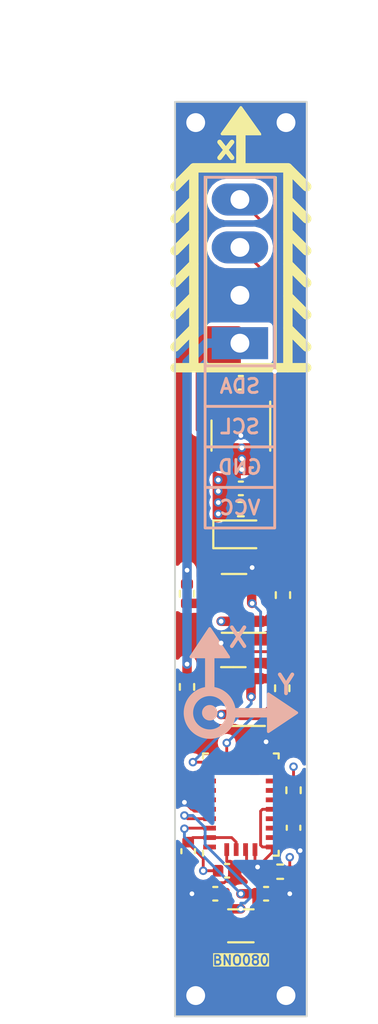
<source format=kicad_pcb>
(kicad_pcb (version 20221018) (generator pcbnew)
  (layers (0 "F.Cu" signal) (1 "In1.Cu" signal) (2 "In2.Cu" signal) (31 "B.Cu" signal) (34 "B.Paste" user) (35 "F.Paste" user) (36 "B.SilkS" user "B.Silkscreen") (37 "F.SilkS" user "F.Silkscreen") (38 "B.Mask" user) (39 "F.Mask" user) (44 "Edge.Cuts" user))
  (net 0 "")
  (net 1 "GND")
  (net 2 "+3V3")
  (net 3 "VCC")
  (net 4 "Net-(D1-A)")
  (net 6 "/SCL")
  (net 7 "/SDA")
  (net 8 "/SCL_3V")
  (net 9 "/SDA_3V")
  (net 10 "/NRST_3V")
  (net 11 "/BOOTN_3V")
  (net 12 "/XTAL_IN")
  (net 13 "/XTAL_OUT")
  (net 14 "Net-(U3-CAP)")
  (footprint "LED_SMD:LED_0603_1608Metric" (layer "F.Cu") (at 149.52 88.9375)
    (fp_text reference "D1" hide)
    (fp_text value "19-217/GHC-YR1S2/3T" hide)
    (fp_line (start -1.485 -0.735) (end -1.485 0.735) (stroke (width 0.12)) (layer "F.SilkS"))
    (fp_line (start -1.485 0.735) (end 0.8 0.735) (stroke (width 0.12)) (layer "F.SilkS"))
    (fp_line (start 0.8 -0.735) (end -1.485 -0.735) (stroke (width 0.12)) (layer "F.SilkS"))
    (pad "1" smd roundrect (at -0.7875 0) (size 0.875 0.95) (layers "F.Cu" "F.Paste" "F.Mask") (net 1 "GND"))
    (pad "2" smd roundrect (at 0.7875 0) (size 0.875 0.95) (layers "F.Cu" "F.Paste" "F.Mask") (net 4 "Net-(D1-A)"))
  )
  (footprint "Capacitor_SMD:C_0402_1005Metric" (layer "F.Cu") (at 150.8425 108 180)
    (fp_text reference "C6" hide)
    (fp_text value "12pF")
    (fp_line (start -0.107836 -0.36) (end 0.107836 -0.36) (stroke (width 0.12)) (layer "F.SilkS"))
    (fp_line (start -0.107836 0.36) (end 0.107836 0.36) (stroke (width 0.12)) (layer "F.SilkS"))
    (pad "1" smd roundrect (at -0.48 0 180) (size 0.56 0.62) (layers "F.Cu" "F.Paste" "F.Mask") (net 1 "GND"))
    (pad "2" smd roundrect (at 0.48 0 180) (size 0.56 0.62) (layers "F.Cu" "F.Paste" "F.Mask") (net 12 "/XTAL_IN"))
  )
  (footprint "Capacitor_SMD:C_0402_1005Metric" (layer "F.Cu") (at 149.5 80.898777)
    (fp_text reference "C1" hide)
    (fp_text value "10uF")
    (fp_line (start -0.107836 -0.36) (end 0.107836 -0.36) (stroke (width 0.12)) (layer "F.SilkS"))
    (fp_line (start -0.107836 0.36) (end 0.107836 0.36) (stroke (width 0.12)) (layer "F.SilkS"))
    (pad "1" smd roundrect (at -0.48 0) (size 0.56 0.62) (layers "F.Cu" "F.Paste" "F.Mask") (net 3 "VCC"))
    (pad "2" smd roundrect (at 0.48 0) (size 0.56 0.62) (layers "F.Cu" "F.Paste" "F.Mask") (net 1 "GND"))
  )
  (footprint "Package_TO_SOT_SMD:SOT-23" (layer "F.Cu") (at 149.1 97.54 180)
    (fp_text reference "Q2" hide)
    (fp_text value "BSS138")
    (fp_line (start 0 -1.56) (end -1.675 -1.56) (stroke (width 0.12)) (layer "F.SilkS"))
    (fp_line (start 0 -1.56) (end 0.65 -1.56) (stroke (width 0.12)) (layer "F.SilkS"))
    (fp_line (start 0 1.56) (end -0.65 1.56) (stroke (width 0.12)) (layer "F.SilkS"))
    (fp_line (start 0 1.56) (end 0.65 1.56) (stroke (width 0.12)) (layer "F.SilkS"))
    (pad "1" smd roundrect (at -0.9375 -0.95 180) (size 1.475 0.6) (layers "F.Cu" "F.Paste" "F.Mask") (net 2 "+3V3"))
    (pad "2" smd roundrect (at -0.9375 0.95 180) (size 1.475 0.6) (layers "F.Cu" "F.Paste" "F.Mask") (net 9 "/SDA_3V"))
    (pad "3" smd roundrect (at 0.9375 0 180) (size 1.475 0.6) (layers "F.Cu" "F.Paste" "F.Mask") (net 7 "/SDA"))
  )
  (footprint "Resistor_SMD:R_0402_1005Metric" (layer "F.Cu") (at 151.59 106.83 180)
    (fp_text reference "R8" hide)
    (fp_text value "10k")
    (fp_line (start -0.153641 -0.38) (end 0.153641 -0.38) (stroke (width 0.12)) (layer "F.SilkS"))
    (fp_line (start -0.153641 0.38) (end 0.153641 0.38) (stroke (width 0.12)) (layer "F.SilkS"))
    (pad "1" smd roundrect (at -0.51 0 180) (size 0.54 0.64) (layers "F.Cu" "F.Paste" "F.Mask") (net 2 "+3V3"))
    (pad "2" smd roundrect (at 0.51 0 180) (size 0.54 0.64) (layers "F.Cu" "F.Paste" "F.Mask") (net 11 "/BOOTN_3V"))
  )
  (footprint "MountingHole:MountingHole_2.5mm_Pad" (layer "F.Cu") (at 151.9 113.4)
    (fp_text reference "REF**" hide)
    (fp_text value "MountingHole_2.5mm_Pad" hide)
    (pad "" thru_hole rect (at 0 0) (size 2 2) (drill 1) (layers "*.Cu" "*.Mask") (net 1 "GND"))
  )
  (footprint "MountingHole:MountingHole_2.5mm_Pad" (layer "F.Cu") (at 151.9 67.1)
    (fp_text reference "REF**" hide)
    (fp_text value "MountingHole_2.5mm_Pad" hide)
    (pad "" thru_hole rect (at 0 0) (size 2 2) (drill 1) (layers "*.Cu" "*.Mask") (net 1 "GND"))
  )
  (footprint "Resistor_SMD:R_0402_1005Metric" (layer "F.Cu") (at 146.6375 97.03 -90)
    (fp_text reference "R2" hide)
    (fp_text value "10k")
    (fp_line (start -0.153641 -0.38) (end 0.153641 -0.38) (stroke (width 0.12)) (layer "F.SilkS"))
    (fp_line (start -0.153641 0.38) (end 0.153641 0.38) (stroke (width 0.12)) (layer "F.SilkS"))
    (pad "1" smd roundrect (at -0.51 0 270) (size 0.54 0.64) (layers "F.Cu" "F.Paste" "F.Mask") (net 3 "VCC"))
    (pad "2" smd roundrect (at 0.51 0 270) (size 0.54 0.64) (layers "F.Cu" "F.Paste" "F.Mask") (net 7 "/SDA"))
  )
  (footprint "Capacitor_SMD:C_0402_1005Metric" (layer "F.Cu") (at 152.3 104.5 -90)
    (fp_text reference "C7" hide)
    (fp_text value "0.1uF")
    (fp_line (start -0.107836 -0.36) (end 0.107836 -0.36) (stroke (width 0.12)) (layer "F.SilkS"))
    (fp_line (start -0.107836 0.36) (end 0.107836 0.36) (stroke (width 0.12)) (layer "F.SilkS"))
    (pad "1" smd roundrect (at -0.48 0 270) (size 0.56 0.62) (layers "F.Cu" "F.Paste" "F.Mask") (net 14 "Net-(U3-CAP)"))
    (pad "2" smd roundrect (at 0.48 0 270) (size 0.56 0.62) (layers "F.Cu" "F.Paste" "F.Mask") (net 1 "GND"))
  )
  (footprint "Capacitor_SMD:C_0402_1005Metric" (layer "F.Cu") (at 148.77 106.78)
    (fp_text reference "C3" hide)
    (fp_text value "0.1uF")
    (fp_line (start -0.107836 -0.36) (end 0.107836 -0.36) (stroke (width 0.12)) (layer "F.SilkS"))
    (fp_line (start -0.107836 0.36) (end 0.107836 0.36) (stroke (width 0.12)) (layer "F.SilkS"))
    (pad "1" smd roundrect (at -0.48 0) (size 0.56 0.62) (layers "F.Cu" "F.Paste" "F.Mask") (net 2 "+3V3"))
    (pad "2" smd roundrect (at 0.48 0) (size 0.56 0.62) (layers "F.Cu" "F.Paste" "F.Mask") (net 1 "GND"))
  )
  (footprint "MountingHole:MountingHole_2.5mm_Pad" (layer "F.Cu") (at 147.1 67.1)
    (fp_text reference "REF**" hide)
    (fp_text value "MountingHole_2.5mm_Pad" hide)
    (pad "" thru_hole rect (at 0 0) (size 2 2) (drill 1) (layers "*.Cu" "*.Mask") (net 1 "GND"))
  )
  (footprint "MountingHole:MountingHole_2.5mm_Pad" (layer "F.Cu") (at 147.1 113.4)
    (fp_text reference "REF**" hide)
    (fp_text value "MountingHole_2.5mm_Pad" hide)
    (pad "" thru_hole rect (at 0 0) (size 2 2) (drill 1) (layers "*.Cu" "*.Mask") (net 1 "GND"))
  )
  (footprint "Resistor_SMD:R_0402_1005Metric" (layer "F.Cu") (at 152.3 102.51 -90)
    (fp_text reference "R7" hide)
    (fp_text value "10k")
    (fp_line (start -0.153641 -0.38) (end 0.153641 -0.38) (stroke (width 0.12)) (layer "F.SilkS"))
    (fp_line (start -0.153641 0.38) (end 0.153641 0.38) (stroke (width 0.12)) (layer "F.SilkS"))
    (pad "1" smd roundrect (at -0.51 0 270) (size 0.54 0.64) (layers "F.Cu" "F.Paste" "F.Mask") (net 2 "+3V3"))
    (pad "2" smd roundrect (at 0.51 0 270) (size 0.54 0.64) (layers "F.Cu" "F.Paste" "F.Mask") (net 10 "/NRST_3V"))
  )
  (footprint "Package_TO_SOT_SMD:SOT-23" (layer "F.Cu") (at 149.1375 92.6 180)
    (fp_text reference "Q1" hide)
    (fp_text value "BSS138")
    (fp_line (start 0 -1.56) (end -1.675 -1.56) (stroke (width 0.12)) (layer "F.SilkS"))
    (fp_line (start 0 -1.56) (end 0.65 -1.56) (stroke (width 0.12)) (layer "F.SilkS"))
    (fp_line (start 0 1.56) (end -0.65 1.56) (stroke (width 0.12)) (layer "F.SilkS"))
    (fp_line (start 0 1.56) (end 0.65 1.56) (stroke (width 0.12)) (layer "F.SilkS"))
    (pad "1" smd roundrect (at -0.9375 -0.95 180) (size 1.475 0.6) (layers "F.Cu" "F.Paste" "F.Mask") (net 2 "+3V3"))
    (pad "2" smd roundrect (at -0.9375 0.95 180) (size 1.475 0.6) (layers "F.Cu" "F.Paste" "F.Mask") (net 8 "/SCL_3V"))
    (pad "3" smd roundrect (at 0.9375 0 180) (size 1.475 0.6) (layers "F.Cu" "F.Paste" "F.Mask") (net 6 "/SCL"))
  )
  (footprint "Capacitor_SMD:C_0402_1005Metric" (layer "F.Cu") (at 149.5 86.5)
    (fp_text reference "C2" hide)
    (fp_text value "10uF")
    (fp_line (start -0.107836 -0.36) (end 0.107836 -0.36) (stroke (width 0.12)) (layer "F.SilkS"))
    (fp_line (start -0.107836 0.36) (end 0.107836 0.36) (stroke (width 0.12)) (layer "F.SilkS"))
    (pad "1" smd roundrect (at -0.48 0) (size 0.56 0.62) (layers "F.Cu" "F.Paste" "F.Mask") (net 2 "+3V3"))
    (pad "2" smd roundrect (at 0.48 0) (size 0.56 0.62) (layers "F.Cu" "F.Paste" "F.Mask") (net 1 "GND"))
  )
  (footprint "Resistor_SMD:R_0402_1005Metric" (layer "F.Cu") (at 149.5 87.6)
    (fp_text reference "R5" hide)
    (fp_text value "10k")
    (fp_line (start -0.153641 -0.38) (end 0.153641 -0.38) (stroke (width 0.12)) (layer "F.SilkS"))
    (fp_line (start -0.153641 0.38) (end 0.153641 0.38) (stroke (width 0.12)) (layer "F.SilkS"))
    (pad "1" smd roundrect (at -0.51 0) (size 0.54 0.64) (layers "F.Cu" "F.Paste" "F.Mask") (net 2 "+3V3"))
    (pad "2" smd roundrect (at 0.51 0) (size 0.54 0.64) (layers "F.Cu" "F.Paste" "F.Mask") (net 4 "Net-(D1-A)"))
  )
  (footprint "Resistor_SMD:R_0402_1005Metric" (layer "F.Cu") (at 146.6375 92.09 -90)
    (fp_text reference "R1" hide)
    (fp_text value "10k")
    (fp_line (start -0.153641 -0.38) (end 0.153641 -0.38) (stroke (width 0.12)) (layer "F.SilkS"))
    (fp_line (start -0.153641 0.38) (end 0.153641 0.38) (stroke (width 0.12)) (layer "F.SilkS"))
    (pad "1" smd roundrect (at -0.51 0 270) (size 0.54 0.64) (layers "F.Cu" "F.Paste" "F.Mask") (net 3 "VCC"))
    (pad "2" smd roundrect (at 0.51 0 270) (size 0.54 0.64) (layers "F.Cu" "F.Paste" "F.Mask") (net 6 "/SCL"))
  )
  (footprint "Capacitor_SMD:C_0402_1005Metric" (layer "F.Cu") (at 148.1425 108)
    (fp_text reference "C5" hide)
    (fp_text value "12pF")
    (fp_line (start -0.107836 -0.36) (end 0.107836 -0.36) (stroke (width 0.12)) (layer "F.SilkS"))
    (fp_line (start -0.107836 0.36) (end 0.107836 0.36) (stroke (width 0.12)) (layer "F.SilkS"))
    (pad "1" smd roundrect (at -0.48 0) (size 0.56 0.62) (layers "F.Cu" "F.Paste" "F.Mask") (net 1 "GND"))
    (pad "2" smd roundrect (at 0.48 0) (size 0.56 0.62) (layers "F.Cu" "F.Paste" "F.Mask") (net 13 "/XTAL_OUT"))
  )
  (footprint "Crystal:Crystal_SMD_3215-2Pin_3.2x1.5mm" (layer "F.Cu") (at 149.5 109.7)
    (fp_text reference "Y1" hide)
    (fp_text value "Q13FC1350000400")
    (fp_line (start -0.675 -0.875) (end 0.675 -0.875) (stroke (width 0.12)) (layer "F.SilkS"))
    (fp_line (start -0.675 0.875) (end 0.675 0.875) (stroke (width 0.12)) (layer "F.SilkS"))
    (pad "1" smd rect (at 1.25 0) (size 1 1.8) (layers "F.Cu" "F.Paste" "F.Mask") (net 12 "/XTAL_IN"))
    (pad "2" smd rect (at -1.25 0) (size 1 1.8) (layers "F.Cu" "F.Paste" "F.Mask") (net 13 "/XTAL_OUT"))
  )
  (footprint "Resistor_SMD:R_0402_1005Metric" (layer "F.Cu") (at 151.7 97.1 90)
    (fp_text reference "R4" hide)
    (fp_text value "10k")
    (fp_line (start -0.153641 -0.38) (end 0.153641 -0.38) (stroke (width 0.12)) (layer "F.SilkS"))
    (fp_line (start -0.153641 0.38) (end 0.153641 0.38) (stroke (width 0.12)) (layer "F.SilkS"))
    (pad "1" smd roundrect (at -0.51 0 90) (size 0.54 0.64) (layers "F.Cu" "F.Paste" "F.Mask") (net 2 "+3V3"))
    (pad "2" smd roundrect (at 0.51 0 90) (size 0.54 0.64) (layers "F.Cu" "F.Paste" "F.Mask") (net 9 "/SDA_3V"))
  )
  (footprint "Package_TO_SOT_SMD:SOT-23-5" (layer "F.Cu") (at 149.5 83.7 -90)
    (fp_text reference "U1" hide)
    (fp_text value "AP2127K-3.3")
    (fp_line (start 0 -1.56) (end -1.8 -1.56) (stroke (width 0.12)) (layer "F.SilkS"))
    (fp_line (start 0 -1.56) (end 0.8 -1.56) (stroke (width 0.12)) (layer "F.SilkS"))
    (fp_line (start 0 1.56) (end -0.8 1.56) (stroke (width 0.12)) (layer "F.SilkS"))
    (fp_line (start 0 1.56) (end 0.8 1.56) (stroke (width 0.12)) (layer "F.SilkS"))
    (pad "1" smd roundrect (at -1.1375 -0.95 270) (size 1.325 0.6) (layers "F.Cu" "F.Paste" "F.Mask") (net 3 "VCC"))
    (pad "2" smd roundrect (at -1.1375 0 270) (size 1.325 0.6) (layers "F.Cu" "F.Paste" "F.Mask") (net 1 "GND"))
    (pad "3" smd roundrect (at -1.1375 0.95 270) (size 1.325 0.6) (layers "F.Cu" "F.Paste" "F.Mask") (net 3 "VCC"))
    (pad "4" smd roundrect (at 1.1375 0.95 270) (size 1.325 0.6) (layers "F.Cu" "F.Paste" "F.Mask"))
    (pad "5" smd roundrect (at 1.1375 -0.95 270) (size 1.325 0.6) (layers "F.Cu" "F.Paste" "F.Mask") (net 2 "+3V3"))
  )
  (footprint "Package_LGA:LGA-28_5.2x3.8mm_P0.5mm" (layer "F.Cu") (at 149.5 103.27 90)
    (fp_text reference "U3" hide)
    (fp_text value "BNO085")
    (fp_line (start -2.71 -2.01) (end -2.45 -2.01) (stroke (width 0.12)) (layer "F.SilkS"))
    (fp_line (start -2.71 2.01) (end -2.71 1.75) (stroke (width 0.12)) (layer "F.SilkS"))
    (fp_line (start -2.71 2.01) (end -2.45 2.01) (stroke (width 0.12)) (layer "F.SilkS"))
    (fp_line (start 2.71 -2.01) (end 2.45 -2.01) (stroke (width 0.12)) (layer "F.SilkS"))
    (fp_line (start 2.71 -2.01) (end 2.71 -1.75) (stroke (width 0.12)) (layer "F.SilkS"))
    (fp_line (start 2.71 2.01) (end 2.45 2.01) (stroke (width 0.12)) (layer "F.SilkS"))
    (fp_line (start 2.71 2.01) (end 2.71 1.75) (stroke (width 0.12)) (layer "F.SilkS"))
    (pad "1" smd rect (at -2.25 -1.6625 90) (size 0.254 0.675) (layers "F.Cu" "F.Paste" "F.Mask"))
    (pad "2" smd rect (at -2.3875 -0.75 180) (size 0.254 0.675) (layers "F.Cu" "F.Paste" "F.Mask") (net 1 "GND"))
    (pad "3" smd rect (at -2.3875 -0.25 180) (size 0.254 0.675) (layers "F.Cu" "F.Paste" "F.Mask") (net 2 "+3V3"))
    (pad "4" smd rect (at -2.3875 0.25 180) (size 0.254 0.675) (layers "F.Cu" "F.Paste" "F.Mask") (net 11 "/BOOTN_3V"))
    (pad "5" smd rect (at -2.3875 0.75 180) (size 0.254 0.675) (layers "F.Cu" "F.Paste" "F.Mask") (net 1 "GND"))
    (pad "6" smd rect (at -2.25 1.6625 90) (size 0.254 0.675) (layers "F.Cu" "F.Paste" "F.Mask") (net 1 "GND"))
    (pad "7" smd rect (at -1.75 1.6625 90) (size 0.254 0.675) (layers "F.Cu" "F.Paste" "F.Mask"))
    (pad "8" smd rect (at -1.25 1.6625 90) (size 0.254 0.675) (layers "F.Cu" "F.Paste" "F.Mask"))
    (pad "9" smd rect (at -0.75 1.6625 90) (size 0.254 0.675) (layers "F.Cu" "F.Paste" "F.Mask") (net 14 "Net-(U3-CAP)"))
    (pad "10" smd rect (at -0.25 1.6625 90) (size 0.254 0.675) (layers "F.Cu" "F.Paste" "F.Mask") (net 1 "GND"))
    (pad "11" smd rect (at 0.25 1.6625 90) (size 0.254 0.675) (layers "F.Cu" "F.Paste" "F.Mask") (net 10 "/NRST_3V"))
    (pad "12" smd rect (at 0.75 1.6625 90) (size 0.254 0.675) (layers "F.Cu" "F.Paste" "F.Mask"))
    (pad "13" smd rect (at 1.25 1.6625 90) (size 0.254 0.675) (layers "F.Cu" "F.Paste" "F.Mask"))
    (pad "14" smd rect (at 1.75 1.6625 90) (size 0.254 0.675) (layers "F.Cu" "F.Paste" "F.Mask"))
    (pad "15" smd rect (at 2.25 1.6625 90) (size 0.254 0.675) (layers "F.Cu" "F.Paste" "F.Mask") (net 1 "GND"))
    (pad "16" smd rect (at 2.3875 0.75 180) (size 0.254 0.675) (layers "F.Cu" "F.Paste" "F.Mask") (net 1 "GND"))
    (pad "17" smd rect (at 2.3875 0.25 180) (size 0.254 0.675) (layers "F.Cu" "F.Paste" "F.Mask"))
    (pad "18" smd rect (at 2.3875 -0.25 180) (size 0.254 0.675) (layers "F.Cu" "F.Paste" "F.Mask"))
    (pad "19" smd rect (at 2.3875 -0.75 180) (size 0.254 0.675) (layers "F.Cu" "F.Paste" "F.Mask") (net 8 "/SCL_3V"))
    (pad "20" smd rect (at 2.25 -1.6625 90) (size 0.254 0.675) (layers "F.Cu" "F.Paste" "F.Mask") (net 9 "/SDA_3V"))
    (pad "21" smd rect (at 1.75 -1.6625 90) (size 0.254 0.675) (layers "F.Cu" "F.Paste" "F.Mask"))
    (pad "22" smd rect (at 1.25 -1.6625 90) (size 0.254 0.675) (layers "F.Cu" "F.Paste" "F.Mask"))
    (pad "23" smd rect (at 0.75 -1.6625 90) (size 0.254 0.675) (layers "F.Cu" "F.Paste" "F.Mask"))
    (pad "24" smd rect (at 0.25 -1.6625 90) (size 0.254 0.675) (layers "F.Cu" "F.Paste" "F.Mask"))
    (pad "25" smd rect (at -0.25 -1.6625 90) (size 0.254 0.675) (layers "F.Cu" "F.Paste" "F.Mask") (net 1 "GND"))
    (pad "26" smd rect (at -0.75 -1.6625 90) (size 0.254 0.675) (layers "F.Cu" "F.Paste" "F.Mask") (net 13 "/XTAL_OUT"))
    (pad "27" smd rect (at -1.25 -1.6625 90) (size 0.254 0.675) (layers "F.Cu" "F.Paste" "F.Mask") (net 12 "/XTAL_IN"))
    (pad "28" smd rect (at -1.75 -1.6625 90) (size 0.254 0.675) (layers "F.Cu" "F.Paste" "F.Mask") (net 2 "+3V3"))
  )
  (footprint "Capacitor_SMD:C_0402_1005Metric" (layer "F.Cu") (at 146.7 105.7425 -90)
    (fp_text reference "C4" hide)
    (fp_text value "0.1uF")
    (fp_line (start -0.107836 -0.36) (end 0.107836 -0.36) (stroke (width 0.12)) (layer "F.SilkS"))
    (fp_line (start -0.107836 0.36) (end 0.107836 0.36) (stroke (width 0.12)) (layer "F.SilkS"))
    (pad "1" smd roundrect (at -0.48 0 270) (size 0.56 0.62) (layers "F.Cu" "F.Paste" "F.Mask") (net 2 "+3V3"))
    (pad "2" smd roundrect (at 0.48 0 270) (size 0.56 0.62) (layers "F.Cu" "F.Paste" "F.Mask") (net 1 "GND"))
  )
  (footprint "Connector_PinHeader_2.54mm:PinHeader_1x04_P2.54mm_Horizontal" (layer "F.Cu") (at 149.45 78.8 180)
    (fp_text reference "J1" hide)
    (fp_text value "Conn_01x04" hide)
    (fp_rect (start -1.9 -1.2) (end 1.8 8.8) (stroke (width 0.12)) (fill none) (layer "F.SilkS"))
    (pad "1" thru_hole rect (at 0 0 180) (size 3 1.7) (drill 1) (layers "*.Cu" "*.Mask") (net 3 "VCC"))
    (pad "2" thru_hole oval (at 0 2.54 180) (size 3 1.7) (drill 1) (layers "*.Cu" "*.Mask") (net 1 "GND"))
    (pad "3" thru_hole oval (at 0 5.08 180) (size 3 1.7) (drill 1) (layers "*.Cu" "*.Mask") (net 6 "/SCL"))
    (pad "4" thru_hole oval (at 0 7.62 180) (size 3 1.7) (drill 1) (layers "*.Cu" "*.Mask") (net 7 "/SDA"))
  )
  (footprint "Resistor_SMD:R_0402_1005Metric" (layer "F.Cu") (at 151.7375 92.16 90)
    (fp_text reference "R3" hide)
    (fp_text value "10k")
    (fp_line (start -0.153641 -0.38) (end 0.153641 -0.38) (stroke (width 0.12)) (layer "F.SilkS"))
    (fp_line (start -0.153641 0.38) (end 0.153641 0.38) (stroke (width 0.12)) (layer "F.SilkS"))
    (pad "1" smd roundrect (at -0.51 0 90) (size 0.54 0.64) (layers "F.Cu" "F.Paste" "F.Mask") (net 2 "+3V3"))
    (pad "2" smd roundrect (at 0.51 0 90) (size 0.54 0.64) (layers "F.Cu" "F.Paste" "F.Mask") (net 8 "/SCL_3V"))
  )
  (gr_line (start 147.846422 94.5) (end 147.846422 97.128797) (stroke (width 0.5)) (layer "B.SilkS"))
  (gr_circle (center 147.846422 98.4) (end 148.907534 98) (stroke (width 0.5)) (fill none) (layer "B.SilkS"))
  (gr_rect (start 147.6 86.45) (end 151.3 88.6) (stroke (width 0.15)) (fill none) (layer "B.SilkS"))
  (gr_rect (start 147.6 82.15) (end 151.3 84.3) (stroke (width 0.15)) (fill none) (layer "B.SilkS"))
  (gr_poly (pts (xy 147.846422 93.934337) (xy 146.846422 95.434337) (xy 148.846422 95.434337)) (stroke (width 0.15)) (fill solid) (layer "B.SilkS"))
  (gr_rect (start 147.6 80) (end 151.3 82.15) (stroke (width 0.15)) (fill none) (layer "B.SilkS"))
  (gr_line (start 149.117625 98.4) (end 151.962579 98.4) (stroke (width 0.5)) (layer "B.SilkS"))
  (gr_poly (pts (xy 152.462579 98.4) (xy 150.962579 97.4) (xy 150.962579 99.4)) (stroke (width 0.15)) (fill solid) (layer "B.SilkS"))
  (gr_rect (start 147.6 70) (end 151.3 80) (stroke (width 0.15)) (fill none) (layer "B.SilkS"))
  (gr_circle (center 147.846422 98.4) (end 148.007534 98.4) (stroke (width 0.5)) (fill solid) (layer "B.SilkS"))
  (gr_rect (start 147.6 84.3) (end 151.3 86.45) (stroke (width 0.15)) (fill none) (layer "B.SilkS"))
  (gr_line (start 149.5 69.5) (end 149.5 67) (stroke (width 0.5)) (layer "F.SilkS"))
  (gr_poly (pts (xy 149.5 66.3) (xy 148.5 67.7) (xy 150.5 67.7)) (stroke (width 0.15)) (fill solid) (layer "F.SilkS"))
  (gr_line (start 152 69.5) (end 152 80.1) (stroke (width 0.5)) (layer "F.SilkS"))
  (gr_line (start 152 72.9) (end 153 73.9) (stroke (width 0.5)) (layer "F.SilkS"))
  (gr_line (start 152 76.3) (end 153 77.3) (stroke (width 0.5)) (layer "F.SilkS"))
  (gr_line (start 147 76.3) (end 146 77.3) (stroke (width 0.5)) (layer "F.SilkS"))
  (gr_line (start 147 74.6) (end 146 75.6) (stroke (width 0.5)) (layer "F.SilkS"))
  (gr_line (start 146 80.1) (end 153 80.1) (stroke (width 0.5)) (layer "F.SilkS"))
  (gr_line (start 147 69.5) (end 146 70.5) (stroke (width 0.5)) (layer "F.SilkS"))
  (gr_line (start 147 69.5) (end 152 69.5) (stroke (width 0.5)) (layer "F.SilkS"))
  (gr_line (start 147 78) (end 146 79) (stroke (width 0.5)) (layer "F.SilkS"))
  (gr_line (start 147 72.9) (end 146 73.9) (stroke (width 0.5)) (layer "F.SilkS"))
  (gr_line (start 147 69.5) (end 147 80.1) (stroke (width 0.5)) (layer "F.SilkS"))
  (gr_line (start 152 71.2) (end 153 72.2) (stroke (width 0.5)) (layer "F.SilkS"))
  (gr_line (start 152 74.6) (end 153 75.6) (stroke (width 0.5)) (layer "F.SilkS"))
  (gr_line (start 152 78) (end 153 79) (stroke (width 0.5)) (layer "F.SilkS"))
  (gr_line (start 147 71.2) (end 146 72.2) (stroke (width 0.5)) (layer "F.SilkS"))
  (gr_line (start 152 69.5) (end 153 70.5) (stroke (width 0.5)) (layer "F.SilkS"))
  (gr_rect (start 146 66) (end 153 114.5) (stroke (width 0.1)) (fill none) (layer "Edge.Cuts"))
  (gr_text "VCC" (at 149.45 87.525) (layer "B.SilkS") (effects (font (size 0.75 0.75) (thickness 0.15) bold) (justify mirror)))
  (gr_text "SCL" (at 149.45 83.225) (layer "B.SilkS") (effects (font (size 0.75 0.75) (thickness 0.15) bold) (justify mirror)))
  (gr_text "GND" (at 149.45 85.375) (layer "B.SilkS") (effects (font (size 0.75 0.75) (thickness 0.15) bold) (justify mirror)))
  (gr_text "SDA" (at 149.45 81.075) (layer "B.SilkS") (effects (font (size 0.75 0.75) (thickness 0.15) bold) (justify mirror)))
  (gr_text "Y" (at 152.462579 97.5) (layer "B.SilkS") (effects (font (size 1 1) (thickness 0.2) bold) (justify left bottom mirror)))
  (gr_text "X" (at 149.962579 95) (layer "B.SilkS") (effects (font (size 1 1) (thickness 0.2) bold) (justify left bottom mirror)))
  (gr_text "BNO080" (at 149.5 111.53) (layer "F.SilkS" knockout) (effects (font (size 0.5 0.5) (thickness 0.1) bold)))
  (gr_text "x" (at 148.7 68.4) (layer "F.SilkS") (effects (font (size 1.25 1.25) (thickness 0.25) bold)))
  (segment (start 150.578777 80.3) (end 151.3 80.3) (width 0.15) (layer "F.Cu") (net 1))
  (segment (start 150.25 105.6575) (end 150.25 106.4436) (width 0.15) (layer "F.Cu") (net 1))
  (segment (start 151.1625 101.02) (end 151.1625 100.2625) (width 0.15) (layer "F.Cu") (net 1))
  (segment (start 148.615 107.415) (end 148.2475 107.415) (width 0.15) (layer "F.Cu") (net 1))
  (segment (start 148.2475 107.415) (end 147.6625 108) (width 0.15) (layer "F.Cu") (net 1))
  (segment (start 151.1625 103.52) (end 150.648 103.52) (width 0.15) (layer "F.Cu") (net 1))
  (segment (start 149.25 106.78) (end 148.615 107.415) (width 0.15) (layer "F.Cu") (net 1))
  (segment (start 150.55 105.422) (end 150.648 105.52) (width 0.15) (layer "F.Cu") (net 1))
  (segment (start 146.877107 103.52) (end 146.507107 103.15) (width 0.15) (layer "F.Cu") (net 1))
  (segment (start 146.507107 103.15) (end 146.5 103.15) (width 0.15) (layer "F.Cu") (net 1))
  (segment (start 151.3225 108) (end 152.1 108) (width 0.15) (layer "F.Cu") (net 1))
  (segment (start 150.648 105.52) (end 151.1625 105.52) (width 0.15) (layer "F.Cu") (net 1))
  (segment (start 148.75 106.28) (end 149.25 106.78) (width 0.15) (layer "F.Cu") (net 1))
  (segment (start 148.75 105.6575) (end 148.75 106.28) (width 0.15) (layer "F.Cu") (net 1))
  (segment (start 149.5 82.5625) (end 149.5 83.7) (width 0.15) (layer "F.Cu") (net 1))
  (segment (start 150.25 106.4436) (end 150.388991 106.582591) (width 0.15) (layer "F.Cu") (net 1))
  (segment (start 150.55 103.618) (end 150.55 105.422) (width 0.15) (layer "F.Cu") (net 1))
  (segment (start 150.25 100.53) (end 150.84 99.94) (width 0.15) (layer "F.Cu") (net 1))
  (segment (start 147.8375 103.52) (end 146.877107 103.52) (width 0.15) (layer "F.Cu") (net 1))
  (segment (start 151.1625 100.2625) (end 150.84 99.94) (width 0.15) (layer "F.Cu") (net 1))
  (segment (start 152.3 104.98) (end 152.3 105.3595) (width 0.15) (layer "F.Cu") (net 1))
  (segment (start 150.648 103.52) (end 150.55 103.618) (width 0.15) (layer "F.Cu") (net 1))
  (segment (start 147.6625 108) (end 146.9 108) (width 0.15) (layer "F.Cu") (net 1))
  (segment (start 151.76 105.52) (end 152.3 104.98) (width 0.15) (layer "F.Cu") (net 1))
  (segment (start 150.388991 106.582591) (end 151.1625 105.809082) (width 0.15) (layer "F.Cu") (net 1))
  (segment (start 149.98 80.898777) (end 150.578777 80.3) (width 0.15) (layer "F.Cu") (net 1))
  (segment (start 151.1625 105.809082) (end 151.1625 105.52) (width 0.15) (layer "F.Cu") (net 1))
  (segment (start 152.3 105.3595) (end 152.6505 105.71) (width 0.15) (layer "F.Cu") (net 1))
  (segment (start 150.25 100.8825) (end 150.25 100.53) (width 0.15) (layer "F.Cu") (net 1))
  (segment (start 151.1625 105.52) (end 151.76 105.52) (width 0.15) (layer "F.Cu") (net 1))
  (via (at 150.84 99.94) (size 0.45) (drill 0.25) (layers "F.Cu" "B.Cu") (net 1))
  (via (at 150.388991 106.582591) (size 0.45) (drill 0.25) (layers "F.Cu" "B.Cu") (net 1))
  (via (at 146.5 103.15) (size 0.45) (drill 0.25) (layers "F.Cu" "B.Cu") (net 1))
  (via (at 152.1 108) (size 0.45) (drill 0.25) (layers "F.Cu" "B.Cu") (net 1))
  (via (at 151.3 80.3) (size 0.45) (drill 0.25) (layers "F.Cu" "B.Cu") (net 1))
  (via (at 148.45 94.7) (size 0.45) (drill 0.25) (layers "F.Cu" "B.Cu") (net 1))
  (via (at 146.9 108) (size 0.45) (drill 0.25) (layers "F.Cu" "B.Cu") (net 1))
  (via (at 152.6505 105.71) (size 0.45) (drill 0.25) (layers "F.Cu" "B.Cu") (net 1))
  (via (at 150.1 90.7) (size 0.45) (drill 0.25) (layers "F.Cu" "B.Cu") (net 1))
  (via (at 149.5 83.7) (size 0.45) (drill 0.25) (layers "F.Cu" "B.Cu") (net 1))
  (segment (start 149.25 105.26) (end 149.01 105.02) (width 0.15) (layer "F.Cu") (net 2))
  (segment (start 146.7 105.325601) (end 147.5 106.125601) (width 0.15) (layer "F.Cu") (net 2))
  (segment (start 148.29 106.78) (end 147.5 106.78) (width 0.15) (layer "F.Cu") (net 2))
  (segment (start 147.5 106.125601) (end 147.5 106.78) (width 0.15) (layer "F.Cu") (net 2))
  (segment (start 150.0375 98.49) (end 148.46 98.49) (width 0.5) (layer "F.Cu") (net 2))
  (segment (start 148.46 98.49) (end 148.45 98.5) (width 0.5) (layer "F.Cu") (net 2))
  (segment (start 149.55 84.85) (end 149.5 84.8) (width 0.15) (layer "F.Cu") (net 2))
  (segment (start 152.3 102) (end 152.3 101.26) (width 0.15) (layer "F.Cu") (net 2))
  (segment (start 149.5625 84.8375) (end 149.55 84.85) (width 0.15) (layer "F.Cu") (net 2))
  (segment (start 146.7 105.2625) (end 146.7 105.325601) (width 0.15) (layer "F.Cu") (net 2))
  (segment (start 152.1 106.83) (end 152.1 106.06) (width 0.15) (layer "F.Cu") (net 2))
  (segment (start 146.7 105.2625) (end 146.9425 105.02) (width 0.15) (layer "F.Cu") (net 2))
  (segment (start 146.9425 105.02) (end 147.8375 105.02) (width 0.15) (layer "F.Cu") (net 2))
  (segment (start 149.25 105.6575) (end 149.25 105.26) (width 0.15) (layer "F.Cu") (net 2))
  (segment (start 150.075 93.55) (end 150.8575 93.55) (width 0.5) (layer "F.Cu") (net 2))
  (segment (start 149.01 105.02) (end 147.8375 105.02) (width 0.15) (layer "F.Cu") (net 2))
  (segment (start 150.8575 93.55) (end 151.7375 92.67) (width 0.5) (layer "F.Cu") (net 2))
  (segment (start 150.82 98.49) (end 151.7 97.61) (width 0.5) (layer "F.Cu") (net 2))
  (segment (start 150.075 93.55) (end 148.45 93.55) (width 0.5) (layer "F.Cu") (net 2))
  (segment (start 150.0375 98.49) (end 150.82 98.49) (width 0.5) (layer "F.Cu") (net 2))
  (via (at 148.3 86.65) (size 0.45) (drill 0.25) (layers "F.Cu" "B.Cu") (net 2))
  (via (at 149.55 84.35) (size 0.45) (drill 0.25) (layers "F.Cu" "B.Cu") (net 2))
  (via (at 149.55 85.5) (size 0.45) (drill 0.25) (layers "F.Cu" "B.Cu") (net 2))
  (via (at 152.3 101.26) (size 0.45) (drill 0.25) (layers "F.Cu" "B.Cu") (net 2))
  (via (at 148.45 93.55) (size 0.45) (drill 0.25) (layers "F.Cu" "B.Cu") (net 2))
  (via (at 148.3 87.85) (size 0.45) (drill 0.25) (layers "F.Cu" "B.Cu") (net 2))
  (via (at 152.1 106.06) (size 0.45) (drill 0.25) (layers "F.Cu" "B.Cu") (net 2))
  (via (at 148.3 87.25) (size 0.45) (drill 0.25) (layers "F.Cu" "B.Cu") (net 2))
  (via (at 149.55 84.925) (size 0.45) (drill 0.25) (layers "F.Cu" "B.Cu") (net 2))
  (via (at 148.3 86.05) (size 0.45) (drill 0.25) (layers "F.Cu" "B.Cu") (net 2))
  (via (at 148.45 98.5) (size 0.45) (drill 0.25) (layers "F.Cu" "B.Cu") (net 2))
  (via (at 147.5 106.78) (size 0.45) (drill 0.25) (layers "F.Cu" "B.Cu") (net 2))
  (segment (start 146.6375 91.58) (end 146.6375 90.8425) (width 0.5) (layer "F.Cu") (net 3))
  (segment (start 146.64 96.5175) (end 146.6375 96.52) (width 0.15) (layer "F.Cu") (net 3))
  (segment (start 146.64 95.82) (end 146.64 96.5175) (width 0.5) (layer "F.Cu") (net 3))
  (segment (start 146.6375 90.8425) (end 146.64 90.84) (width 0.15) (layer "F.Cu") (net 3))
  (via (at 146.64 95.82) (size 0.45) (drill 0.25) (layers "F.Cu" "B.Cu") (net 3))
  (via (at 146.64 90.84) (size 0.45) (drill 0.25) (layers "F.Cu" "B.Cu") (net 3))
  (segment (start 147.67 78.8) (end 149.45 78.8) (width 0.5) (layer "B.Cu") (net 3))
  (segment (start 146.64 90.84) (end 146.64 95.82) (width 0.5) (layer "B.Cu") (net 3))
  (segment (start 146.64 90.84) (end 146.64 79.83) (width 0.5) (layer "B.Cu") (net 3))
  (segment (start 146.64 79.83) (end 147.67 78.8) (width 0.5) (layer "B.Cu") (net 3))
  (segment (start 150.3075 88.9375) (end 150.3075 87.8975) (width 0.5) (layer "F.Cu") (net 4))
  (segment (start 150.3075 87.8975) (end 150.01 87.6) (width 0.5) (layer "F.Cu") (net 4))
  (segment (start 148.8 90.18) (end 148.2 90.78) (width 0.15) (layer "F.Cu") (net 6))
  (segment (start 151.9825 89.4775) (end 151.28 90.18) (width 0.15) (layer "F.Cu") (net 6))
  (segment (start 151.9825 76.2525) (end 151.9825 89.4775) (width 0.15) (layer "F.Cu") (net 6))
  (segment (start 146.6375 92.6) (end 148.2 92.6) (width 0.5) (layer "F.Cu") (net 6))
  (segment (start 151.28 90.18) (end 148.8 90.18) (width 0.15) (layer "F.Cu") (net 6))
  (segment (start 149.45 73.72) (end 151.9825 76.2525) (width 0.15) (layer "F.Cu") (net 6))
  (segment (start 148.2 90.78) (end 148.2 92.6) (width 0.15) (layer "F.Cu") (net 6))
  (segment (start 148.1625 95.7975) (end 148.1625 97.54) (width 0.15) (layer "F.Cu") (net 7))
  (segment (start 151.68 95.16) (end 148.8 95.16) (width 0.15) (layer "F.Cu") (net 7))
  (segment (start 149.45 71.18) (end 152.3325 74.0625) (width 0.15) (layer "F.Cu") (net 7))
  (segment (start 148.8 95.16) (end 148.1625 95.7975) (width 0.15) (layer "F.Cu") (net 7))
  (segment (start 148.1625 97.54) (end 146.6375 97.54) (width 0.5) (layer "F.Cu") (net 7))
  (segment (start 152.3325 94.5075) (end 151.68 95.16) (width 0.15) (layer "F.Cu") (net 7))
  (segment (start 152.3325 74.0625) (end 152.3325 94.5075) (width 0.15) (layer "F.Cu") (net 7))
  (segment (start 151.7375 91.65) (end 150.075 91.65) (width 0.5) (layer "F.Cu") (net 8))
  (segment (start 150.075 91.65) (end 150.075 92.575) (width 0.5) (layer "F.Cu") (net 8))
  (segment (start 148.75 100.8825) (end 148.75 100) (width 0.15) (layer "F.Cu") (net 8))
  (segment (start 150.075 92.575) (end 150.1 92.6) (width 0.5) (layer "F.Cu") (net 8))
  (via (at 150.1 92.6) (size 0.45) (drill 0.25) (layers "F.Cu" "B.Cu") (net 8))
  (via (at 148.75 100) (size 0.45) (drill 0.25) (layers "F.Cu" "B.Cu") (net 8))
  (segment (start 150.55 98.2) (end 150.55 93.05) (width 0.15) (layer "B.Cu") (net 8))
  (segment (start 150.55 93.05) (end 150.1 92.6) (width 0.15) (layer "B.Cu") (net 8))
  (segment (start 148.75 100) (end 150.55 98.2) (width 0.15) (layer "B.Cu") (net 8))
  (segment (start 150.0375 96.59) (end 150.0375 97.5375) (width 0.5) (layer "F.Cu") (net 9))
  (segment (start 150.0375 97.5375) (end 150.05 97.55) (width 0.5) (layer "F.Cu") (net 9))
  (segment (start 151.7 96.59) (end 150.0375 96.59) (width 0.5) (layer "F.Cu") (net 9))
  (segment (start 147.8375 101.02) (end 146.95 101.02) (width 0.15) (layer "F.Cu") (net 9))
  (via (at 146.95 101.02) (size 0.45) (drill 0.25) (layers "F.Cu" "B.Cu") (net 9))
  (via (at 150.05 97.55) (size 0.45) (drill 0.25) (layers "F.Cu" "B.Cu") (net 9))
  (segment (start 150.05 97.92) (end 150.05 97.55) (width 0.15) (layer "B.Cu") (net 9))
  (segment (start 146.95 101.02) (end 150.05 97.92) (width 0.15) (layer "B.Cu") (net 9))
  (segment (start 152.3 103.02) (end 151.1625 103.02) (width 0.15) (layer "F.Cu") (net 10))
  (segment (start 150.092591 107.082591) (end 149.805 106.795) (width 0.15) (layer "F.Cu") (net 11))
  (segment (start 149.805 105.7125) (end 149.75 105.6575) (width 0.15) (layer "F.Cu") (net 11))
  (segment (start 151.08 106.83) (end 150.827409 107.082591) (width 0.15) (layer "F.Cu") (net 11))
  (segment (start 150.827409 107.082591) (end 150.092591 107.082591) (width 0.15) (layer "F.Cu") (net 11))
  (segment (start 149.805 106.795) (end 149.805 105.7125) (width 0.15) (layer "F.Cu") (net 11))
  (segment (start 146.53 104.52) (end 147.8375 104.52) (width 0.15) (layer "F.Cu") (net 12))
  (segment (start 150.3625 109.3125) (end 150.3625 108) (width 0.5) (layer "F.Cu") (net 12))
  (segment (start 150.3625 108) (end 149.5 108) (width 0.5) (layer "F.Cu") (net 12))
  (segment (start 146.5 104.55) (end 146.53 104.52) (width 0.15) (layer "F.Cu") (net 12))
  (segment (start 150.75 109.7) (end 150.3625 109.3125) (width 0.5) (layer "F.Cu") (net 12))
  (via (at 149.5 108) (size 0.45) (drill 0.25) (layers "F.Cu" "B.Cu") (net 12))
  (via (at 146.5 104.55) (size 0.45) (drill 0.25) (layers "F.Cu" "B.Cu") (net 12))
  (segment (start 146.5 105) (end 149.5 108) (width 0.15) (layer "B.Cu") (net 12))
  (segment (start 146.5 104.55) (end 146.5 105) (width 0.15) (layer "B.Cu") (net 12))
  (segment (start 148.25 109.7) (end 148.25 109.1725) (width 0.5) (layer "F.Cu") (net 13))
  (segment (start 146.5 103.85) (end 146.67 104.02) (width 0.15) (layer "F.Cu") (net 13))
  (segment (start 148.6225 108) (end 148.6225 109.3275) (width 0.5) (layer "F.Cu") (net 13))
  (segment (start 146.67 104.02) (end 147.8375 104.02) (width 0.15) (layer "F.Cu") (net 13))
  (segment (start 148.6225 109.3275) (end 148.25 109.7) (width 0.5) (layer "F.Cu") (net 13))
  (segment (start 148.6225 108.8) (end 149.5 108.8) (width 0.5) (layer "F.Cu") (net 13))
  (segment (start 148.25 109.1725) (end 148.6225 108.8) (width 0.5) (layer "F.Cu") (net 13))
  (via (at 149.5 108.8) (size 0.45) (drill 0.25) (layers "F.Cu" "B.Cu") (net 13))
  (via (at 146.5 103.85) (size 0.45) (drill 0.25) (layers "F.Cu" "B.Cu") (net 13))
  (segment (start 149.5 108.5) (end 149.5 108.8) (width 0.15) (layer "B.Cu") (net 13))
  (segment (start 149.707107 108.5) (end 149.5 108.5) (width 0.15) (layer "B.Cu") (net 13))
  (segment (start 150 107.792893) (end 150 108.207107) (width 0.15) (layer "B.Cu") (net 13))
  (segment (start 146.5 103.85) (end 146.95 103.85) (width 0.15) (layer "B.Cu") (net 13))
  (segment (start 147.6 104.5) (end 147.6 105.392893) (width 0.15) (layer "B.Cu") (net 13))
  (segment (start 150 108.207107) (end 149.707107 108.5) (width 0.15) (layer "B.Cu") (net 13))
  (segment (start 146.95 103.85) (end 147.6 104.5) (width 0.15) (layer "B.Cu") (net 13))
  (segment (start 147.6 105.392893) (end 150 107.792893) (width 0.15) (layer "B.Cu") (net 13))
  (segment (start 152.3 104.02) (end 151.1625 104.02) (width 0.15) (layer "F.Cu") (net 14))
  (zone (net 3) (net_name "VCC") (layer "F.Cu") (priority 5) (connect_pads yes (clearance 0.2)) (min_thickness 0.2) (fill yes (thermal_gap 0.2) (thermal_bridge_width 0.2))
    (polygon (pts (xy 147.1 77.9) (xy 147.1 83.5) (xy 151 83.5) (xy 151 80.9) (xy 149.5 80.9) (xy 149.5 77.9)))
  )
  (zone (net 2) (net_name "+3V3") (layer "F.Cu") (priority 8) (connect_pads yes (clearance 0.2)) (min_thickness 0.2) (fill yes (thermal_gap 0.2) (thermal_bridge_width 0.2))
    (polygon (pts (xy 148 85.6) (xy 148.9 85.6) (xy 148.9 84.1) (xy 149.5 84.1) (xy 151.1 84.1) (xy 151.1 85.8) (xy 149.5 85.8) (xy 149.5 88.3) (xy 148 88.3)))
  )
  (zone (net 0) (net_name "") (layers "F.Cu" "In1.Cu" "In2.Cu" "B.Cu") (connect_pads yes (clearance 0)) (min_thickness 0.25)
    (keepout (tracks allowed) (vias allowed) (pads allowed) (copperpour not_allowed) (footprints allowed))
    (fill (thermal_gap 0.25) (thermal_bridge_width 0.25))
    (polygon (pts (xy 148.1 101.7) (xy 151.2 101.7) (xy 151.2 106.2) (xy 148.1 106.2)))
  )
  (zone (net 1) (net_name "GND") (layers "F&B.Cu") (priority 1) (connect_pads yes (clearance 0.25)) (min_thickness 0.25) (fill yes (thermal_gap 0.25) (thermal_bridge_width 0.25))
    (polygon (pts (xy 146 66) (xy 153 66) (xy 153 114.5) (xy 146 114.5)))
  )
)
</source>
